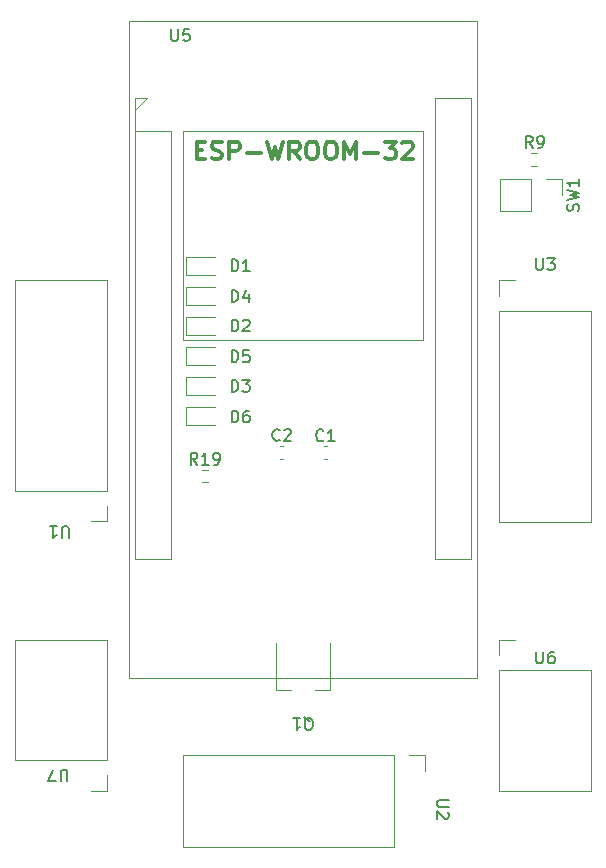
<source format=gbr>
%TF.GenerationSoftware,KiCad,Pcbnew,(6.0.7)*%
%TF.CreationDate,2022-11-12T16:10:30-08:00*%
%TF.ProjectId,Cublic,4375626c-6963-42e6-9b69-6361645f7063,rev?*%
%TF.SameCoordinates,Original*%
%TF.FileFunction,Legend,Top*%
%TF.FilePolarity,Positive*%
%FSLAX46Y46*%
G04 Gerber Fmt 4.6, Leading zero omitted, Abs format (unit mm)*
G04 Created by KiCad (PCBNEW (6.0.7)) date 2022-11-12 16:10:30*
%MOMM*%
%LPD*%
G01*
G04 APERTURE LIST*
%ADD10C,0.150000*%
%ADD11C,0.375000*%
%ADD12C,0.120000*%
G04 APERTURE END LIST*
D10*
%TO.C,Q1*%
X95238Y-60402380D02*
X190476Y-60450000D01*
X285714Y-60545238D01*
X428571Y-60688095D01*
X523809Y-60735714D01*
X619047Y-60735714D01*
X571428Y-60497619D02*
X666666Y-60545238D01*
X761904Y-60640476D01*
X809523Y-60830952D01*
X809523Y-61164285D01*
X761904Y-61354761D01*
X666666Y-61450000D01*
X571428Y-61497619D01*
X380952Y-61497619D01*
X285714Y-61450000D01*
X190476Y-61354761D01*
X142857Y-61164285D01*
X142857Y-60830952D01*
X190476Y-60640476D01*
X285714Y-60545238D01*
X380952Y-60497619D01*
X571428Y-60497619D01*
X-809523Y-60497619D02*
X-238095Y-60497619D01*
X-523809Y-60497619D02*
X-523809Y-61497619D01*
X-428571Y-61354761D01*
X-333333Y-61259523D01*
X-238095Y-61211904D01*
%TO.C,SW1*%
X23309761Y-17533333D02*
X23357380Y-17390476D01*
X23357380Y-17152380D01*
X23309761Y-17057142D01*
X23262142Y-17009523D01*
X23166904Y-16961904D01*
X23071666Y-16961904D01*
X22976428Y-17009523D01*
X22928809Y-17057142D01*
X22881190Y-17152380D01*
X22833571Y-17342857D01*
X22785952Y-17438095D01*
X22738333Y-17485714D01*
X22643095Y-17533333D01*
X22547857Y-17533333D01*
X22452619Y-17485714D01*
X22405000Y-17438095D01*
X22357380Y-17342857D01*
X22357380Y-17104761D01*
X22405000Y-16961904D01*
X22357380Y-16628571D02*
X23357380Y-16390476D01*
X22643095Y-16200000D01*
X23357380Y-16009523D01*
X22357380Y-15771428D01*
X23357380Y-14866666D02*
X23357380Y-15438095D01*
X23357380Y-15152380D02*
X22357380Y-15152380D01*
X22500238Y-15247619D01*
X22595476Y-15342857D01*
X22643095Y-15438095D01*
%TO.C,R9*%
X19433333Y-12222380D02*
X19100000Y-11746190D01*
X18861904Y-12222380D02*
X18861904Y-11222380D01*
X19242857Y-11222380D01*
X19338095Y-11270000D01*
X19385714Y-11317619D01*
X19433333Y-11412857D01*
X19433333Y-11555714D01*
X19385714Y-11650952D01*
X19338095Y-11698571D01*
X19242857Y-11746190D01*
X18861904Y-11746190D01*
X19909523Y-12222380D02*
X20100000Y-12222380D01*
X20195238Y-12174761D01*
X20242857Y-12127142D01*
X20338095Y-11984285D01*
X20385714Y-11793809D01*
X20385714Y-11412857D01*
X20338095Y-11317619D01*
X20290476Y-11270000D01*
X20195238Y-11222380D01*
X20004761Y-11222380D01*
X19909523Y-11270000D01*
X19861904Y-11317619D01*
X19814285Y-11412857D01*
X19814285Y-11650952D01*
X19861904Y-11746190D01*
X19909523Y-11793809D01*
X20004761Y-11841428D01*
X20195238Y-11841428D01*
X20290476Y-11793809D01*
X20338095Y-11746190D01*
X20385714Y-11650952D01*
%TO.C,D3*%
X-6038095Y-32852380D02*
X-6038095Y-31852380D01*
X-5800000Y-31852380D01*
X-5657142Y-31900000D01*
X-5561904Y-31995238D01*
X-5514285Y-32090476D01*
X-5466666Y-32280952D01*
X-5466666Y-32423809D01*
X-5514285Y-32614285D01*
X-5561904Y-32709523D01*
X-5657142Y-32804761D01*
X-5800000Y-32852380D01*
X-6038095Y-32852380D01*
X-5133333Y-31852380D02*
X-4514285Y-31852380D01*
X-4847619Y-32233333D01*
X-4704761Y-32233333D01*
X-4609523Y-32280952D01*
X-4561904Y-32328571D01*
X-4514285Y-32423809D01*
X-4514285Y-32661904D01*
X-4561904Y-32757142D01*
X-4609523Y-32804761D01*
X-4704761Y-32852380D01*
X-4990476Y-32852380D01*
X-5085714Y-32804761D01*
X-5133333Y-32757142D01*
%TO.C,R19*%
X-8937857Y-39022380D02*
X-9271190Y-38546190D01*
X-9509285Y-39022380D02*
X-9509285Y-38022380D01*
X-9128333Y-38022380D01*
X-9033095Y-38070000D01*
X-8985476Y-38117619D01*
X-8937857Y-38212857D01*
X-8937857Y-38355714D01*
X-8985476Y-38450952D01*
X-9033095Y-38498571D01*
X-9128333Y-38546190D01*
X-9509285Y-38546190D01*
X-7985476Y-39022380D02*
X-8556904Y-39022380D01*
X-8271190Y-39022380D02*
X-8271190Y-38022380D01*
X-8366428Y-38165238D01*
X-8461666Y-38260476D01*
X-8556904Y-38308095D01*
X-7509285Y-39022380D02*
X-7318809Y-39022380D01*
X-7223571Y-38974761D01*
X-7175952Y-38927142D01*
X-7080714Y-38784285D01*
X-7033095Y-38593809D01*
X-7033095Y-38212857D01*
X-7080714Y-38117619D01*
X-7128333Y-38070000D01*
X-7223571Y-38022380D01*
X-7414047Y-38022380D01*
X-7509285Y-38070000D01*
X-7556904Y-38117619D01*
X-7604523Y-38212857D01*
X-7604523Y-38450952D01*
X-7556904Y-38546190D01*
X-7509285Y-38593809D01*
X-7414047Y-38641428D01*
X-7223571Y-38641428D01*
X-7128333Y-38593809D01*
X-7080714Y-38546190D01*
X-7033095Y-38450952D01*
%TO.C,U3*%
X19738095Y-21552380D02*
X19738095Y-22361904D01*
X19785714Y-22457142D01*
X19833333Y-22504761D01*
X19928571Y-22552380D01*
X20119047Y-22552380D01*
X20214285Y-22504761D01*
X20261904Y-22457142D01*
X20309523Y-22361904D01*
X20309523Y-21552380D01*
X20690476Y-21552380D02*
X21309523Y-21552380D01*
X20976190Y-21933333D01*
X21119047Y-21933333D01*
X21214285Y-21980952D01*
X21261904Y-22028571D01*
X21309523Y-22123809D01*
X21309523Y-22361904D01*
X21261904Y-22457142D01*
X21214285Y-22504761D01*
X21119047Y-22552380D01*
X20833333Y-22552380D01*
X20738095Y-22504761D01*
X20690476Y-22457142D01*
%TO.C,C2*%
X-1966666Y-36927142D02*
X-2014285Y-36974761D01*
X-2157142Y-37022380D01*
X-2252380Y-37022380D01*
X-2395238Y-36974761D01*
X-2490476Y-36879523D01*
X-2538095Y-36784285D01*
X-2585714Y-36593809D01*
X-2585714Y-36450952D01*
X-2538095Y-36260476D01*
X-2490476Y-36165238D01*
X-2395238Y-36070000D01*
X-2252380Y-36022380D01*
X-2157142Y-36022380D01*
X-2014285Y-36070000D01*
X-1966666Y-36117619D01*
X-1585714Y-36117619D02*
X-1538095Y-36070000D01*
X-1442857Y-36022380D01*
X-1204761Y-36022380D01*
X-1109523Y-36070000D01*
X-1061904Y-36117619D01*
X-1014285Y-36212857D01*
X-1014285Y-36308095D01*
X-1061904Y-36450952D01*
X-1633333Y-37022380D01*
X-1014285Y-37022380D01*
%TO.C,D6*%
X-6038095Y-35452380D02*
X-6038095Y-34452380D01*
X-5800000Y-34452380D01*
X-5657142Y-34500000D01*
X-5561904Y-34595238D01*
X-5514285Y-34690476D01*
X-5466666Y-34880952D01*
X-5466666Y-35023809D01*
X-5514285Y-35214285D01*
X-5561904Y-35309523D01*
X-5657142Y-35404761D01*
X-5800000Y-35452380D01*
X-6038095Y-35452380D01*
X-4609523Y-34452380D02*
X-4800000Y-34452380D01*
X-4895238Y-34500000D01*
X-4942857Y-34547619D01*
X-5038095Y-34690476D01*
X-5085714Y-34880952D01*
X-5085714Y-35261904D01*
X-5038095Y-35357142D01*
X-4990476Y-35404761D01*
X-4895238Y-35452380D01*
X-4704761Y-35452380D01*
X-4609523Y-35404761D01*
X-4561904Y-35357142D01*
X-4514285Y-35261904D01*
X-4514285Y-35023809D01*
X-4561904Y-34928571D01*
X-4609523Y-34880952D01*
X-4704761Y-34833333D01*
X-4895238Y-34833333D01*
X-4990476Y-34880952D01*
X-5038095Y-34928571D01*
X-5085714Y-35023809D01*
%TO.C,D5*%
X-6038095Y-30352380D02*
X-6038095Y-29352380D01*
X-5800000Y-29352380D01*
X-5657142Y-29400000D01*
X-5561904Y-29495238D01*
X-5514285Y-29590476D01*
X-5466666Y-29780952D01*
X-5466666Y-29923809D01*
X-5514285Y-30114285D01*
X-5561904Y-30209523D01*
X-5657142Y-30304761D01*
X-5800000Y-30352380D01*
X-6038095Y-30352380D01*
X-4561904Y-29352380D02*
X-5038095Y-29352380D01*
X-5085714Y-29828571D01*
X-5038095Y-29780952D01*
X-4942857Y-29733333D01*
X-4704761Y-29733333D01*
X-4609523Y-29780952D01*
X-4561904Y-29828571D01*
X-4514285Y-29923809D01*
X-4514285Y-30161904D01*
X-4561904Y-30257142D01*
X-4609523Y-30304761D01*
X-4704761Y-30352380D01*
X-4942857Y-30352380D01*
X-5038095Y-30304761D01*
X-5085714Y-30257142D01*
%TO.C,U1*%
X-19838095Y-45247619D02*
X-19838095Y-44438095D01*
X-19885714Y-44342857D01*
X-19933333Y-44295238D01*
X-20028571Y-44247619D01*
X-20219047Y-44247619D01*
X-20314285Y-44295238D01*
X-20361904Y-44342857D01*
X-20409523Y-44438095D01*
X-20409523Y-45247619D01*
X-21409523Y-44247619D02*
X-20838095Y-44247619D01*
X-21123809Y-44247619D02*
X-21123809Y-45247619D01*
X-21028571Y-45104761D01*
X-20933333Y-45009523D01*
X-20838095Y-44961904D01*
%TO.C,C1*%
X1733333Y-36957142D02*
X1685714Y-37004761D01*
X1542857Y-37052380D01*
X1447619Y-37052380D01*
X1304761Y-37004761D01*
X1209523Y-36909523D01*
X1161904Y-36814285D01*
X1114285Y-36623809D01*
X1114285Y-36480952D01*
X1161904Y-36290476D01*
X1209523Y-36195238D01*
X1304761Y-36100000D01*
X1447619Y-36052380D01*
X1542857Y-36052380D01*
X1685714Y-36100000D01*
X1733333Y-36147619D01*
X2685714Y-37052380D02*
X2114285Y-37052380D01*
X2400000Y-37052380D02*
X2400000Y-36052380D01*
X2304761Y-36195238D01*
X2209523Y-36290476D01*
X2114285Y-36338095D01*
%TO.C,U5*%
X-11161904Y-2152380D02*
X-11161904Y-2961904D01*
X-11114285Y-3057142D01*
X-11066666Y-3104761D01*
X-10971428Y-3152380D01*
X-10780952Y-3152380D01*
X-10685714Y-3104761D01*
X-10638095Y-3057142D01*
X-10590476Y-2961904D01*
X-10590476Y-2152380D01*
X-9638095Y-2152380D02*
X-10114285Y-2152380D01*
X-10161904Y-2628571D01*
X-10114285Y-2580952D01*
X-10019047Y-2533333D01*
X-9780952Y-2533333D01*
X-9685714Y-2580952D01*
X-9638095Y-2628571D01*
X-9590476Y-2723809D01*
X-9590476Y-2961904D01*
X-9638095Y-3057142D01*
X-9685714Y-3104761D01*
X-9780952Y-3152380D01*
X-10019047Y-3152380D01*
X-10114285Y-3104761D01*
X-10161904Y-3057142D01*
D11*
X-9007142Y-12392857D02*
X-8507142Y-12392857D01*
X-8292857Y-13178571D02*
X-9007142Y-13178571D01*
X-9007142Y-11678571D01*
X-8292857Y-11678571D01*
X-7721428Y-13107142D02*
X-7507142Y-13178571D01*
X-7149999Y-13178571D01*
X-7007142Y-13107142D01*
X-6935714Y-13035714D01*
X-6864285Y-12892857D01*
X-6864285Y-12750000D01*
X-6935714Y-12607142D01*
X-7007142Y-12535714D01*
X-7149999Y-12464285D01*
X-7435714Y-12392857D01*
X-7578571Y-12321428D01*
X-7649999Y-12250000D01*
X-7721428Y-12107142D01*
X-7721428Y-11964285D01*
X-7649999Y-11821428D01*
X-7578571Y-11750000D01*
X-7435714Y-11678571D01*
X-7078571Y-11678571D01*
X-6864285Y-11750000D01*
X-6221428Y-13178571D02*
X-6221428Y-11678571D01*
X-5649999Y-11678571D01*
X-5507142Y-11750000D01*
X-5435714Y-11821428D01*
X-5364285Y-11964285D01*
X-5364285Y-12178571D01*
X-5435714Y-12321428D01*
X-5507142Y-12392857D01*
X-5649999Y-12464285D01*
X-6221428Y-12464285D01*
X-4721428Y-12607142D02*
X-3578571Y-12607142D01*
X-3007142Y-11678571D02*
X-2649999Y-13178571D01*
X-2364285Y-12107142D01*
X-2078571Y-13178571D01*
X-1721428Y-11678571D01*
X-292857Y-13178571D02*
X-792857Y-12464285D01*
X-1149999Y-13178571D02*
X-1149999Y-11678571D01*
X-578571Y-11678571D01*
X-435714Y-11750000D01*
X-364285Y-11821428D01*
X-292857Y-11964285D01*
X-292857Y-12178571D01*
X-364285Y-12321428D01*
X-435714Y-12392857D01*
X-578571Y-12464285D01*
X-1149999Y-12464285D01*
X635714Y-11678571D02*
X921428Y-11678571D01*
X1064285Y-11750000D01*
X1207142Y-11892857D01*
X1278571Y-12178571D01*
X1278571Y-12678571D01*
X1207142Y-12964285D01*
X1064285Y-13107142D01*
X921428Y-13178571D01*
X635714Y-13178571D01*
X492857Y-13107142D01*
X350000Y-12964285D01*
X278571Y-12678571D01*
X278571Y-12178571D01*
X350000Y-11892857D01*
X492857Y-11750000D01*
X635714Y-11678571D01*
X2207142Y-11678571D02*
X2492857Y-11678571D01*
X2635714Y-11750000D01*
X2778571Y-11892857D01*
X2850000Y-12178571D01*
X2850000Y-12678571D01*
X2778571Y-12964285D01*
X2635714Y-13107142D01*
X2492857Y-13178571D01*
X2207142Y-13178571D01*
X2064285Y-13107142D01*
X1921428Y-12964285D01*
X1850000Y-12678571D01*
X1850000Y-12178571D01*
X1921428Y-11892857D01*
X2064285Y-11750000D01*
X2207142Y-11678571D01*
X3492857Y-13178571D02*
X3492857Y-11678571D01*
X3992857Y-12750000D01*
X4492857Y-11678571D01*
X4492857Y-13178571D01*
X5207142Y-12607142D02*
X6350000Y-12607142D01*
X6921428Y-11678571D02*
X7850000Y-11678571D01*
X7350000Y-12250000D01*
X7564285Y-12250000D01*
X7707142Y-12321428D01*
X7778571Y-12392857D01*
X7850000Y-12535714D01*
X7850000Y-12892857D01*
X7778571Y-13035714D01*
X7707142Y-13107142D01*
X7564285Y-13178571D01*
X7135714Y-13178571D01*
X6992857Y-13107142D01*
X6921428Y-13035714D01*
X8421428Y-11821428D02*
X8492857Y-11750000D01*
X8635714Y-11678571D01*
X8992857Y-11678571D01*
X9135714Y-11750000D01*
X9207142Y-11821428D01*
X9278571Y-11964285D01*
X9278571Y-12107142D01*
X9207142Y-12321428D01*
X8350000Y-13178571D01*
X9278571Y-13178571D01*
D10*
%TO.C,U2*%
X12347619Y-67438095D02*
X11538095Y-67438095D01*
X11442857Y-67485714D01*
X11395238Y-67533333D01*
X11347619Y-67628571D01*
X11347619Y-67819047D01*
X11395238Y-67914285D01*
X11442857Y-67961904D01*
X11538095Y-68009523D01*
X12347619Y-68009523D01*
X12252380Y-68438095D02*
X12300000Y-68485714D01*
X12347619Y-68580952D01*
X12347619Y-68819047D01*
X12300000Y-68914285D01*
X12252380Y-68961904D01*
X12157142Y-69009523D01*
X12061904Y-69009523D01*
X11919047Y-68961904D01*
X11347619Y-68390476D01*
X11347619Y-69009523D01*
%TO.C,D2*%
X-6038095Y-27752380D02*
X-6038095Y-26752380D01*
X-5800000Y-26752380D01*
X-5657142Y-26800000D01*
X-5561904Y-26895238D01*
X-5514285Y-26990476D01*
X-5466666Y-27180952D01*
X-5466666Y-27323809D01*
X-5514285Y-27514285D01*
X-5561904Y-27609523D01*
X-5657142Y-27704761D01*
X-5800000Y-27752380D01*
X-6038095Y-27752380D01*
X-5085714Y-26847619D02*
X-5038095Y-26800000D01*
X-4942857Y-26752380D01*
X-4704761Y-26752380D01*
X-4609523Y-26800000D01*
X-4561904Y-26847619D01*
X-4514285Y-26942857D01*
X-4514285Y-27038095D01*
X-4561904Y-27180952D01*
X-5133333Y-27752380D01*
X-4514285Y-27752380D01*
%TO.C,U6*%
X19738095Y-54852380D02*
X19738095Y-55661904D01*
X19785714Y-55757142D01*
X19833333Y-55804761D01*
X19928571Y-55852380D01*
X20119047Y-55852380D01*
X20214285Y-55804761D01*
X20261904Y-55757142D01*
X20309523Y-55661904D01*
X20309523Y-54852380D01*
X21214285Y-54852380D02*
X21023809Y-54852380D01*
X20928571Y-54900000D01*
X20880952Y-54947619D01*
X20785714Y-55090476D01*
X20738095Y-55280952D01*
X20738095Y-55661904D01*
X20785714Y-55757142D01*
X20833333Y-55804761D01*
X20928571Y-55852380D01*
X21119047Y-55852380D01*
X21214285Y-55804761D01*
X21261904Y-55757142D01*
X21309523Y-55661904D01*
X21309523Y-55423809D01*
X21261904Y-55328571D01*
X21214285Y-55280952D01*
X21119047Y-55233333D01*
X20928571Y-55233333D01*
X20833333Y-55280952D01*
X20785714Y-55328571D01*
X20738095Y-55423809D01*
%TO.C,U7*%
X-19938095Y-65847619D02*
X-19938095Y-65038095D01*
X-19985714Y-64942857D01*
X-20033333Y-64895238D01*
X-20128571Y-64847619D01*
X-20319047Y-64847619D01*
X-20414285Y-64895238D01*
X-20461904Y-64942857D01*
X-20509523Y-65038095D01*
X-20509523Y-65847619D01*
X-20890476Y-65847619D02*
X-21557142Y-65847619D01*
X-21128571Y-64847619D01*
%TO.C,D1*%
X-6038095Y-22652380D02*
X-6038095Y-21652380D01*
X-5800000Y-21652380D01*
X-5657142Y-21700000D01*
X-5561904Y-21795238D01*
X-5514285Y-21890476D01*
X-5466666Y-22080952D01*
X-5466666Y-22223809D01*
X-5514285Y-22414285D01*
X-5561904Y-22509523D01*
X-5657142Y-22604761D01*
X-5800000Y-22652380D01*
X-6038095Y-22652380D01*
X-4514285Y-22652380D02*
X-5085714Y-22652380D01*
X-4800000Y-22652380D02*
X-4800000Y-21652380D01*
X-4895238Y-21795238D01*
X-4990476Y-21890476D01*
X-5085714Y-21938095D01*
%TO.C,D4*%
X-6038095Y-25252380D02*
X-6038095Y-24252380D01*
X-5800000Y-24252380D01*
X-5657142Y-24300000D01*
X-5561904Y-24395238D01*
X-5514285Y-24490476D01*
X-5466666Y-24680952D01*
X-5466666Y-24823809D01*
X-5514285Y-25014285D01*
X-5561904Y-25109523D01*
X-5657142Y-25204761D01*
X-5800000Y-25252380D01*
X-6038095Y-25252380D01*
X-4609523Y-24585714D02*
X-4609523Y-25252380D01*
X-4847619Y-24204761D02*
X-5085714Y-24919047D01*
X-4466666Y-24919047D01*
D12*
%TO.C,Q1*%
X2250000Y-58150000D02*
X2250000Y-54100000D01*
X-2250000Y-58150000D02*
X-1000000Y-58150000D01*
X-2250000Y-58150000D02*
X-2250000Y-54100000D01*
X1000000Y-58150000D02*
X2250000Y-58150000D01*
%TO.C,SW1*%
X20575000Y-14870000D02*
X21905000Y-14870000D01*
X16705000Y-14870000D02*
X16705000Y-17530000D01*
X19305000Y-14870000D02*
X16705000Y-14870000D01*
X19305000Y-14870000D02*
X19305000Y-17530000D01*
X21905000Y-14870000D02*
X21905000Y-16200000D01*
X19305000Y-17530000D02*
X16705000Y-17530000D01*
%TO.C,R9*%
X19345276Y-12677500D02*
X19854724Y-12677500D01*
X19345276Y-13722500D02*
X19854724Y-13722500D01*
%TO.C,D3*%
X-7450000Y-31625000D02*
X-9910000Y-31625000D01*
X-9910000Y-33095000D02*
X-7450000Y-33095000D01*
X-9910000Y-31625000D02*
X-9910000Y-33095000D01*
%TO.C,R19*%
X-8549724Y-39477500D02*
X-8040276Y-39477500D01*
X-8549724Y-40522500D02*
X-8040276Y-40522500D01*
%TO.C,U3*%
X24370000Y-26032500D02*
X24370000Y-43872500D01*
X16630000Y-26032500D02*
X16630000Y-43872500D01*
X16630000Y-43872500D02*
X24370000Y-43872500D01*
X16630000Y-26032500D02*
X24370000Y-26032500D01*
X16630000Y-23432500D02*
X17960000Y-23432500D01*
X16630000Y-24762500D02*
X16630000Y-23432500D01*
%TO.C,C2*%
X-1946267Y-38510000D02*
X-1653733Y-38510000D01*
X-1946267Y-37490000D02*
X-1653733Y-37490000D01*
%TO.C,D6*%
X-9910000Y-35635000D02*
X-7450000Y-35635000D01*
X-7450000Y-34165000D02*
X-9910000Y-34165000D01*
X-9910000Y-34165000D02*
X-9910000Y-35635000D01*
%TO.C,D5*%
X-9910000Y-30555000D02*
X-7450000Y-30555000D01*
X-7450000Y-29085000D02*
X-9910000Y-29085000D01*
X-9910000Y-29085000D02*
X-9910000Y-30555000D01*
%TO.C,U1*%
X-16630000Y-43836000D02*
X-17960000Y-43836000D01*
X-16630000Y-42506000D02*
X-16630000Y-43836000D01*
X-16630000Y-41236000D02*
X-24370000Y-41236000D01*
X-24370000Y-41236000D02*
X-24370000Y-23396000D01*
X-16630000Y-23396000D02*
X-24370000Y-23396000D01*
X-16630000Y-41236000D02*
X-16630000Y-23396000D01*
%TO.C,C1*%
X2046267Y-38510000D02*
X1753733Y-38510000D01*
X2046267Y-37490000D02*
X1753733Y-37490000D01*
%TO.C,U5*%
X14700000Y-1500000D02*
X14700000Y-57060000D01*
X11200000Y-8000000D02*
X11200000Y-47060000D01*
X-13200000Y-8000000D02*
X-14200000Y-9000000D01*
X-14700000Y-1500000D02*
X14700000Y-1500000D01*
X-10200000Y-10770000D02*
X-10200000Y-28500000D01*
X-14700000Y-1500000D02*
X-14700000Y-57060000D01*
X-14200000Y-8000000D02*
X-14200000Y-47060000D01*
X-10200000Y-10770000D02*
X10200000Y-10770000D01*
X14200000Y-8000000D02*
X14200000Y-47060000D01*
X-10200000Y-28500000D02*
X10200000Y-28500000D01*
X-13200000Y-8000000D02*
X-14200000Y-8000000D01*
X-11200000Y-47060000D02*
X-14200000Y-47060000D01*
X-11200000Y-10770000D02*
X-11200000Y-47060000D01*
X11200000Y-8000000D02*
X14200000Y-8000000D01*
X-11200000Y-10770000D02*
X-14200000Y-10770000D01*
X-14700000Y-57060000D02*
X14700000Y-57060000D01*
X10200000Y-10770000D02*
X10200000Y-28500000D01*
X11200000Y-47060000D02*
X14200000Y-47060000D01*
%TO.C,U2*%
X7717500Y-71370000D02*
X-10122500Y-71370000D01*
X7717500Y-63630000D02*
X7717500Y-71370000D01*
X-10122500Y-63630000D02*
X-10122500Y-71370000D01*
X7717500Y-63630000D02*
X-10122500Y-63630000D01*
X10317500Y-63630000D02*
X10317500Y-64960000D01*
X8987500Y-63630000D02*
X10317500Y-63630000D01*
%TO.C,D2*%
X-7450000Y-26545000D02*
X-9910000Y-26545000D01*
X-9910000Y-28015000D02*
X-7450000Y-28015000D01*
X-9910000Y-26545000D02*
X-9910000Y-28015000D01*
%TO.C,U6*%
X16630000Y-56442500D02*
X16630000Y-66662500D01*
X24370000Y-56442500D02*
X24370000Y-66662500D01*
X16630000Y-56442500D02*
X24370000Y-56442500D01*
X16630000Y-66662500D02*
X24370000Y-66662500D01*
X16630000Y-55172500D02*
X16630000Y-53842500D01*
X16630000Y-53842500D02*
X17960000Y-53842500D01*
%TO.C,U7*%
X-16630000Y-66657500D02*
X-17960000Y-66657500D01*
X-16630000Y-53837500D02*
X-24370000Y-53837500D01*
X-16630000Y-64057500D02*
X-24370000Y-64057500D01*
X-24370000Y-64057500D02*
X-24370000Y-53837500D01*
X-16630000Y-64057500D02*
X-16630000Y-53837500D01*
X-16630000Y-65327500D02*
X-16630000Y-66657500D01*
%TO.C,D1*%
X-7450000Y-21465000D02*
X-9910000Y-21465000D01*
X-9910000Y-21465000D02*
X-9910000Y-22935000D01*
X-9910000Y-22935000D02*
X-7450000Y-22935000D01*
%TO.C,D4*%
X-9910000Y-24005000D02*
X-9910000Y-25475000D01*
X-9910000Y-25475000D02*
X-7450000Y-25475000D01*
X-7450000Y-24005000D02*
X-9910000Y-24005000D01*
%TD*%
M02*

</source>
